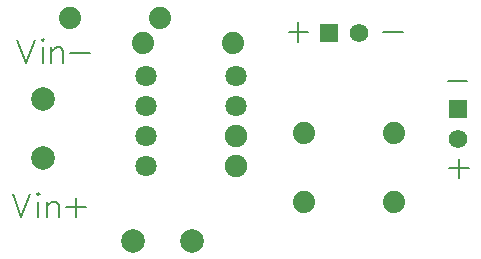
<source format=gtl>
G04 Layer: TopLayer*
G04 EasyEDA v6.5.34, 2023-11-29 11:21:28*
G04 ccee1c66621a4ec499711ebfef85393d,bee4cb2541bd470ea98a159692ad20ec,10*
G04 Gerber Generator version 0.2*
G04 Scale: 100 percent, Rotated: No, Reflected: No *
G04 Dimensions in millimeters *
G04 leading zeros omitted , absolute positions ,4 integer and 5 decimal *
%FSLAX45Y45*%
%MOMM*%

%ADD10C,0.2032*%
%ADD11C,1.8796*%
%ADD12C,1.8000*%
%ADD13C,1.9050*%
%ADD14R,1.5748X1.5748*%
%ADD15C,1.5748*%
%ADD16C,2.0000*%

%LPD*%
D10*
X889000Y6415278D02*
G01*
X962913Y6221476D01*
X1036828Y6415278D02*
G01*
X962913Y6221476D01*
X1097787Y6415278D02*
G01*
X1106931Y6406134D01*
X1116329Y6415278D01*
X1106931Y6424676D01*
X1097787Y6415278D01*
X1106931Y6350762D02*
G01*
X1106931Y6221476D01*
X1177289Y6350762D02*
G01*
X1177289Y6221476D01*
X1177289Y6313678D02*
G01*
X1204976Y6341363D01*
X1223263Y6350762D01*
X1250950Y6350762D01*
X1269492Y6341363D01*
X1278889Y6313678D01*
X1278889Y6221476D01*
X1339850Y6304534D02*
G01*
X1505965Y6304534D01*
X850900Y5107178D02*
G01*
X924813Y4913376D01*
X998728Y5107178D02*
G01*
X924813Y4913376D01*
X1059687Y5107178D02*
G01*
X1068831Y5098034D01*
X1078229Y5107178D01*
X1068831Y5116576D01*
X1059687Y5107178D01*
X1068831Y5042662D02*
G01*
X1068831Y4913376D01*
X1139189Y5042662D02*
G01*
X1139189Y4913376D01*
X1139189Y5005578D02*
G01*
X1166876Y5033263D01*
X1185163Y5042662D01*
X1212850Y5042662D01*
X1231392Y5033263D01*
X1240789Y5005578D01*
X1240789Y4913376D01*
X1384807Y5079492D02*
G01*
X1384807Y4913376D01*
X1301750Y4996434D02*
G01*
X1467865Y4996434D01*
X4629658Y5409692D02*
G01*
X4629658Y5243576D01*
X4546600Y5326634D02*
G01*
X4712970Y5326634D01*
X4533900Y6063234D02*
G01*
X4700270Y6063234D01*
X3270758Y6565392D02*
G01*
X3270758Y6399276D01*
X3187700Y6482334D02*
G01*
X3354070Y6482334D01*
X3987800Y6482334D02*
G01*
X4154170Y6482334D01*
D11*
G01*
X1955800Y6388100D03*
G01*
X2717800Y6388100D03*
G01*
X4076700Y5041900D03*
G01*
X3314700Y5041900D03*
G01*
X4076700Y5626100D03*
G01*
X3314700Y5626100D03*
G01*
X1333500Y6604000D03*
G01*
X2095500Y6604000D03*
D12*
G01*
X1981200Y6108700D03*
G01*
X1981200Y5854700D03*
G01*
X1981200Y5600700D03*
G01*
X1981200Y5346700D03*
D13*
G01*
X2743200Y5346700D03*
D12*
G01*
X2743200Y5854700D03*
G01*
X2743200Y6108700D03*
D13*
G01*
X2743200Y5600700D03*
D14*
G01*
X4622800Y5829300D03*
D15*
G01*
X4622800Y5575300D03*
D14*
G01*
X3530600Y6477000D03*
D15*
G01*
X3784600Y6477000D03*
D16*
G01*
X1870455Y4711700D03*
G01*
X2371343Y4711700D03*
G01*
X1104900Y5914644D03*
G01*
X1104900Y5413755D03*
M02*

</source>
